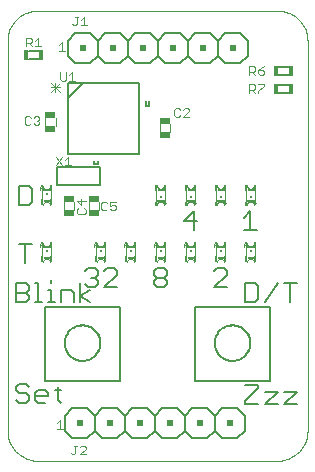
<source format=gto>
G75*
%MOIN*%
%OFA0B0*%
%FSLAX24Y24*%
%IPPOS*%
%LPD*%
%AMOC8*
5,1,8,0,0,1.08239X$1,22.5*
%
%ADD10C,0.0000*%
%ADD11C,0.0060*%
%ADD12C,0.0030*%
%ADD13R,0.0160X0.0340*%
%ADD14C,0.0040*%
%ADD15R,0.0374X0.0197*%
%ADD16C,0.0020*%
%ADD17R,0.0079X0.0059*%
%ADD18R,0.0020X0.0020*%
%ADD19R,0.0020X0.0148*%
%ADD20R,0.0079X0.0118*%
%ADD21R,0.0354X0.0089*%
%ADD22R,0.0079X0.0197*%
%ADD23R,0.0217X0.0089*%
%ADD24R,0.0039X0.0039*%
%ADD25R,0.0098X0.0098*%
%ADD26R,0.0200X0.0200*%
%ADD27C,0.0050*%
D10*
X000646Y001140D02*
X000646Y014140D01*
X000648Y014200D01*
X000653Y014261D01*
X000662Y014320D01*
X000675Y014379D01*
X000691Y014438D01*
X000711Y014495D01*
X000734Y014550D01*
X000761Y014605D01*
X000790Y014657D01*
X000823Y014708D01*
X000859Y014757D01*
X000897Y014803D01*
X000939Y014847D01*
X000983Y014889D01*
X001029Y014927D01*
X001078Y014963D01*
X001129Y014996D01*
X001181Y015025D01*
X001236Y015052D01*
X001291Y015075D01*
X001348Y015095D01*
X001407Y015111D01*
X001466Y015124D01*
X001525Y015133D01*
X001586Y015138D01*
X001646Y015140D01*
X009646Y015140D01*
X009706Y015138D01*
X009767Y015133D01*
X009826Y015124D01*
X009885Y015111D01*
X009944Y015095D01*
X010001Y015075D01*
X010056Y015052D01*
X010111Y015025D01*
X010163Y014996D01*
X010214Y014963D01*
X010263Y014927D01*
X010309Y014889D01*
X010353Y014847D01*
X010395Y014803D01*
X010433Y014757D01*
X010469Y014708D01*
X010502Y014657D01*
X010531Y014605D01*
X010558Y014550D01*
X010581Y014495D01*
X010601Y014438D01*
X010617Y014379D01*
X010630Y014320D01*
X010639Y014261D01*
X010644Y014200D01*
X010646Y014140D01*
X010646Y001140D01*
X010644Y001080D01*
X010639Y001019D01*
X010630Y000960D01*
X010617Y000901D01*
X010601Y000842D01*
X010581Y000785D01*
X010558Y000730D01*
X010531Y000675D01*
X010502Y000623D01*
X010469Y000572D01*
X010433Y000523D01*
X010395Y000477D01*
X010353Y000433D01*
X010309Y000391D01*
X010263Y000353D01*
X010214Y000317D01*
X010163Y000284D01*
X010111Y000255D01*
X010056Y000228D01*
X010001Y000205D01*
X009944Y000185D01*
X009885Y000169D01*
X009826Y000156D01*
X009767Y000147D01*
X009706Y000142D01*
X009646Y000140D01*
X001646Y000140D01*
X001586Y000142D01*
X001525Y000147D01*
X001466Y000156D01*
X001407Y000169D01*
X001348Y000185D01*
X001291Y000205D01*
X001236Y000228D01*
X001181Y000255D01*
X001129Y000284D01*
X001078Y000317D01*
X001029Y000353D01*
X000983Y000391D01*
X000939Y000433D01*
X000897Y000477D01*
X000859Y000523D01*
X000823Y000572D01*
X000790Y000623D01*
X000761Y000675D01*
X000734Y000730D01*
X000711Y000785D01*
X000691Y000842D01*
X000675Y000901D01*
X000662Y000960D01*
X000653Y001019D01*
X000648Y001080D01*
X000646Y001140D01*
D11*
X001032Y002070D02*
X000926Y002177D01*
X001032Y002070D02*
X001246Y002070D01*
X001353Y002177D01*
X001353Y002284D01*
X001246Y002390D01*
X001032Y002390D01*
X000926Y002497D01*
X000926Y002604D01*
X001032Y002711D01*
X001246Y002711D01*
X001353Y002604D01*
X001570Y002390D02*
X001677Y002497D01*
X001891Y002497D01*
X001997Y002390D01*
X001997Y002284D01*
X001570Y002284D01*
X001570Y002390D02*
X001570Y002177D01*
X001677Y002070D01*
X001891Y002070D01*
X002322Y002177D02*
X002428Y002070D01*
X002322Y002177D02*
X002322Y002604D01*
X002428Y002497D02*
X002215Y002497D01*
X002796Y001890D02*
X002546Y001640D01*
X002546Y001140D01*
X002796Y000890D01*
X003296Y000890D01*
X003546Y001140D01*
X003796Y000890D01*
X004296Y000890D01*
X004546Y001140D01*
X004546Y001640D01*
X004296Y001890D01*
X003796Y001890D01*
X003546Y001640D01*
X003546Y001140D01*
X003546Y001640D02*
X003296Y001890D01*
X002796Y001890D01*
X004546Y001640D02*
X004796Y001890D01*
X005296Y001890D01*
X005546Y001640D01*
X005796Y001890D01*
X006296Y001890D01*
X006546Y001640D01*
X006796Y001890D01*
X007296Y001890D01*
X007546Y001640D01*
X007796Y001890D01*
X008296Y001890D01*
X008546Y001640D01*
X008546Y001140D01*
X008296Y000890D01*
X007796Y000890D01*
X007546Y001140D01*
X007296Y000890D01*
X006796Y000890D01*
X006546Y001140D01*
X006296Y000890D01*
X005796Y000890D01*
X005546Y001140D01*
X005296Y000890D01*
X004796Y000890D01*
X004546Y001140D01*
X005546Y001140D02*
X005546Y001640D01*
X006546Y001640D02*
X006546Y001140D01*
X007546Y001140D02*
X007546Y001640D01*
X008576Y002020D02*
X009003Y002020D01*
X009220Y002020D02*
X009647Y002020D01*
X009865Y002020D02*
X010292Y002020D01*
X010292Y002447D02*
X009865Y002020D01*
X009865Y002447D02*
X010292Y002447D01*
X009647Y002447D02*
X009220Y002020D01*
X009220Y002447D02*
X009647Y002447D01*
X009003Y002554D02*
X008576Y002127D01*
X008576Y002020D01*
X009003Y002554D02*
X009003Y002661D01*
X008576Y002661D01*
X008576Y005420D02*
X008896Y005420D01*
X009003Y005527D01*
X009003Y005954D01*
X008896Y006061D01*
X008576Y006061D01*
X008576Y005420D01*
X009220Y005420D02*
X009647Y006061D01*
X009865Y006061D02*
X010292Y006061D01*
X010078Y006061D02*
X010078Y005420D01*
X008953Y007820D02*
X008526Y007820D01*
X008739Y007820D02*
X008739Y008461D01*
X008526Y008247D01*
X007846Y006561D02*
X007632Y006561D01*
X007526Y006454D01*
X007846Y006561D02*
X007953Y006454D01*
X007953Y006347D01*
X007526Y005920D01*
X007953Y005920D01*
X006846Y007820D02*
X006846Y008461D01*
X006526Y008140D01*
X006953Y008140D01*
X005846Y006561D02*
X005953Y006454D01*
X005953Y006347D01*
X005846Y006240D01*
X005632Y006240D01*
X005526Y006347D01*
X005526Y006454D01*
X005632Y006561D01*
X005846Y006561D01*
X005846Y006240D02*
X005953Y006134D01*
X005953Y006027D01*
X005846Y005920D01*
X005632Y005920D01*
X005526Y006027D01*
X005526Y006134D01*
X005632Y006240D01*
X004297Y006347D02*
X004297Y006454D01*
X004191Y006561D01*
X003977Y006561D01*
X003870Y006454D01*
X003653Y006454D02*
X003653Y006347D01*
X003546Y006240D01*
X003653Y006134D01*
X003653Y006027D01*
X003546Y005920D01*
X003332Y005920D01*
X003226Y006027D01*
X003074Y006061D02*
X003074Y005420D01*
X003074Y005634D02*
X003394Y005847D01*
X003074Y005634D02*
X003394Y005420D01*
X002857Y005420D02*
X002857Y005740D01*
X002750Y005847D01*
X002430Y005847D01*
X002430Y005420D01*
X002213Y005420D02*
X002000Y005420D01*
X002107Y005420D02*
X002107Y005847D01*
X002000Y005847D01*
X002107Y006061D02*
X002107Y006167D01*
X001677Y006061D02*
X001677Y005420D01*
X001570Y005420D02*
X001784Y005420D01*
X001353Y005527D02*
X001246Y005420D01*
X000926Y005420D01*
X000926Y006061D01*
X001246Y006061D01*
X001353Y005954D01*
X001353Y005847D01*
X001246Y005740D01*
X000926Y005740D01*
X001246Y005740D02*
X001353Y005634D01*
X001353Y005527D01*
X001570Y006061D02*
X001677Y006061D01*
X001239Y006720D02*
X001239Y007361D01*
X001026Y007361D02*
X001453Y007361D01*
X001346Y008670D02*
X001026Y008670D01*
X001026Y009311D01*
X001346Y009311D01*
X001453Y009204D01*
X001453Y008777D01*
X001346Y008670D01*
X002666Y010360D02*
X002666Y012220D01*
X002666Y012720D01*
X003166Y012720D01*
X005026Y012720D01*
X005026Y010360D01*
X002666Y010360D01*
X002666Y010570D01*
X002666Y010700D02*
X002666Y010840D01*
X002666Y010960D02*
X002666Y011100D01*
X002666Y011220D02*
X002666Y011350D01*
X002666Y011470D02*
X002666Y011610D01*
X002666Y011730D02*
X002666Y011860D01*
X002666Y011980D02*
X002666Y012120D01*
X002666Y012220D02*
X003166Y012720D01*
X003146Y012720D02*
X003006Y012720D01*
X002876Y012720D02*
X002666Y012720D01*
X002666Y012510D01*
X002666Y012380D02*
X002666Y012240D01*
X003266Y012720D02*
X003406Y012720D01*
X003526Y012720D02*
X003656Y012720D01*
X003776Y012720D02*
X003916Y012720D01*
X004036Y012720D02*
X004166Y012720D01*
X004286Y012720D02*
X004426Y012720D01*
X004546Y012720D02*
X004686Y012720D01*
X004816Y012720D02*
X005026Y012720D01*
X005026Y012510D01*
X005026Y012380D02*
X005026Y012240D01*
X005026Y012120D02*
X005026Y011980D01*
X005026Y011860D02*
X005026Y011730D01*
X005026Y011610D02*
X005026Y011470D01*
X005026Y011350D02*
X005026Y011220D01*
X005026Y011100D02*
X005026Y010960D01*
X005026Y010840D02*
X005026Y010700D01*
X005026Y010570D02*
X005026Y010360D01*
X004816Y010360D01*
X004686Y010360D02*
X004546Y010360D01*
X004426Y010360D02*
X004286Y010360D01*
X004166Y010360D02*
X004036Y010360D01*
X003916Y010360D02*
X003776Y010360D01*
X003656Y010360D02*
X003526Y010360D01*
X003406Y010360D02*
X003266Y010360D01*
X003146Y010360D02*
X003006Y010360D01*
X002876Y010360D02*
X002666Y010360D01*
X003516Y010140D02*
X003516Y010040D01*
X003666Y010040D01*
X003666Y010140D01*
X005246Y011980D02*
X005246Y012130D01*
X005346Y012130D02*
X005346Y011980D01*
X005246Y011980D01*
X005396Y013390D02*
X004896Y013390D01*
X004646Y013640D01*
X004396Y013390D01*
X003896Y013390D01*
X003646Y013640D01*
X003396Y013390D01*
X002896Y013390D01*
X002646Y013640D01*
X002646Y014140D01*
X002896Y014390D01*
X003396Y014390D01*
X003646Y014140D01*
X003896Y014390D01*
X004396Y014390D01*
X004646Y014140D01*
X004646Y013640D01*
X004646Y014140D02*
X004896Y014390D01*
X005396Y014390D01*
X005646Y014140D01*
X005896Y014390D01*
X006396Y014390D01*
X006646Y014140D01*
X006896Y014390D01*
X007396Y014390D01*
X007646Y014140D01*
X007896Y014390D01*
X008396Y014390D01*
X008646Y014140D01*
X008646Y013640D01*
X008396Y013390D01*
X007896Y013390D01*
X007646Y013640D01*
X007396Y013390D01*
X006896Y013390D01*
X006646Y013640D01*
X006396Y013390D01*
X005896Y013390D01*
X005646Y013640D01*
X005396Y013390D01*
X005646Y013640D02*
X005646Y014140D01*
X006646Y014140D02*
X006646Y013640D01*
X007646Y013640D02*
X007646Y014140D01*
X009676Y013280D02*
X010016Y013280D01*
X010016Y013000D02*
X009676Y013000D01*
X009676Y012680D02*
X010016Y012680D01*
X010016Y012400D02*
X009676Y012400D01*
X004297Y006347D02*
X003870Y005920D01*
X004297Y005920D01*
X003653Y006454D02*
X003546Y006561D01*
X003332Y006561D01*
X003226Y006454D01*
X003439Y006240D02*
X003546Y006240D01*
X001696Y013520D02*
X001356Y013520D01*
X001356Y013800D02*
X001696Y013800D01*
X003646Y013640D02*
X003646Y014140D01*
D12*
X003299Y014655D02*
X003105Y014655D01*
X003202Y014655D02*
X003202Y014945D01*
X003105Y014848D01*
X003004Y014945D02*
X002907Y014945D01*
X002956Y014945D02*
X002956Y014703D01*
X002907Y014655D01*
X002859Y014655D01*
X002811Y014703D01*
X002457Y014095D02*
X002457Y013805D01*
X002361Y013805D02*
X002554Y013805D01*
X002361Y013998D02*
X002457Y014095D01*
X001749Y013955D02*
X001555Y013955D01*
X001652Y013955D02*
X001652Y014245D01*
X001555Y014148D01*
X001454Y014100D02*
X001454Y014197D01*
X001406Y014245D01*
X001261Y014245D01*
X001261Y013955D01*
X001261Y014052D02*
X001406Y014052D01*
X001454Y014100D01*
X001357Y014052D02*
X001454Y013955D01*
X002081Y012747D02*
X002394Y012433D01*
X002081Y012747D01*
X002081Y012590D02*
X002394Y012590D01*
X002081Y012590D01*
X002081Y012433D02*
X002394Y012747D01*
X002081Y012433D01*
X002237Y012433D02*
X002237Y012747D01*
X002237Y012433D01*
X002459Y012805D02*
X002411Y012853D01*
X002411Y013095D01*
X002604Y013095D02*
X002604Y012853D01*
X002556Y012805D01*
X002459Y012805D01*
X002705Y012805D02*
X002899Y012805D01*
X002802Y012805D02*
X002802Y013095D01*
X002705Y012998D01*
X001661Y011625D02*
X001710Y011577D01*
X001710Y011528D01*
X001661Y011480D01*
X001710Y011432D01*
X001710Y011383D01*
X001661Y011335D01*
X001564Y011335D01*
X001516Y011383D01*
X001415Y011383D02*
X001367Y011335D01*
X001270Y011335D01*
X001221Y011383D01*
X001221Y011577D01*
X001270Y011625D01*
X001367Y011625D01*
X001415Y011577D01*
X001516Y011577D02*
X001564Y011625D01*
X001661Y011625D01*
X001661Y011480D02*
X001613Y011480D01*
X002271Y010275D02*
X002465Y009985D01*
X002566Y009985D02*
X002760Y009985D01*
X002663Y009985D02*
X002663Y010275D01*
X002566Y010178D01*
X002465Y010275D02*
X002271Y009985D01*
X002960Y008805D02*
X003106Y008660D01*
X003106Y008854D01*
X003251Y008805D02*
X002960Y008805D01*
X003009Y008559D02*
X002960Y008511D01*
X002960Y008414D01*
X003009Y008366D01*
X003202Y008366D01*
X003251Y008414D01*
X003251Y008511D01*
X003202Y008559D01*
X003771Y008533D02*
X003820Y008485D01*
X003917Y008485D01*
X003965Y008533D01*
X003917Y008485D01*
X003820Y008485D01*
X003771Y008533D01*
X003771Y008727D01*
X003820Y008775D01*
X003917Y008775D01*
X003965Y008727D01*
X003917Y008775D01*
X003820Y008775D01*
X003771Y008727D01*
X003771Y008533D01*
X004066Y008533D02*
X004114Y008485D01*
X004211Y008485D01*
X004260Y008533D01*
X004260Y008630D01*
X004211Y008678D01*
X004163Y008678D01*
X004066Y008630D01*
X004066Y008775D01*
X004260Y008775D01*
X004066Y008775D01*
X004066Y008630D01*
X004163Y008678D01*
X004211Y008678D01*
X004260Y008630D01*
X004260Y008533D01*
X004211Y008485D01*
X004114Y008485D01*
X004066Y008533D01*
X006259Y011605D02*
X006356Y011605D01*
X006404Y011653D01*
X006505Y011605D02*
X006699Y011798D01*
X006699Y011847D01*
X006650Y011895D01*
X006554Y011895D01*
X006505Y011847D01*
X006404Y011847D02*
X006356Y011895D01*
X006259Y011895D01*
X006211Y011847D01*
X006211Y011653D01*
X006259Y011605D01*
X006505Y011605D02*
X006699Y011605D01*
X008711Y012405D02*
X008711Y012695D01*
X008856Y012695D01*
X008904Y012647D01*
X008904Y012550D01*
X008856Y012502D01*
X008711Y012502D01*
X008807Y012502D02*
X008904Y012405D01*
X009005Y012405D02*
X009005Y012453D01*
X009199Y012647D01*
X009199Y012695D01*
X009005Y012695D01*
X009054Y013005D02*
X009150Y013005D01*
X009199Y013053D01*
X009199Y013102D01*
X009150Y013150D01*
X009005Y013150D01*
X009005Y013053D01*
X009054Y013005D01*
X008904Y013005D02*
X008807Y013102D01*
X008856Y013102D02*
X008711Y013102D01*
X008711Y013005D02*
X008711Y013295D01*
X008856Y013295D01*
X008904Y013247D01*
X008904Y013150D01*
X008856Y013102D01*
X009005Y013150D02*
X009102Y013247D01*
X009199Y013295D01*
X002407Y001495D02*
X002407Y001205D01*
X002311Y001205D02*
X002504Y001205D01*
X002311Y001398D02*
X002407Y001495D01*
X002857Y000645D02*
X002954Y000645D01*
X002906Y000645D02*
X002906Y000403D01*
X002857Y000355D01*
X002809Y000355D01*
X002761Y000403D01*
X003055Y000355D02*
X003249Y000548D01*
X003249Y000597D01*
X003200Y000645D01*
X003104Y000645D01*
X003055Y000597D01*
X003055Y000355D02*
X003249Y000355D01*
D13*
X009596Y012540D03*
X010096Y012540D03*
X010096Y013140D03*
X009596Y013140D03*
X001776Y013660D03*
X001276Y013660D03*
D14*
X001911Y011570D02*
X001911Y011290D01*
X002246Y011290D02*
X002246Y011570D01*
X002065Y009305D02*
X002061Y009284D01*
X002054Y009265D01*
X002044Y009247D01*
X002030Y009231D01*
X002014Y009218D01*
X001996Y009207D01*
X001977Y009200D01*
X001956Y009196D01*
X001936Y009196D01*
X001915Y009200D01*
X001896Y009207D01*
X001878Y009218D01*
X001862Y009231D01*
X001848Y009247D01*
X001838Y009265D01*
X001831Y009284D01*
X001827Y009305D01*
X001788Y009138D02*
X001788Y008852D01*
X002103Y008852D02*
X002103Y009128D01*
X002531Y008780D02*
X002531Y008500D01*
X002866Y008500D02*
X002866Y008780D01*
X003361Y008780D02*
X003361Y008500D01*
X003696Y008500D02*
X003696Y008780D01*
X003627Y007405D02*
X003631Y007384D01*
X003638Y007365D01*
X003648Y007347D01*
X003662Y007331D01*
X003678Y007318D01*
X003696Y007307D01*
X003715Y007300D01*
X003736Y007296D01*
X003756Y007296D01*
X003777Y007300D01*
X003796Y007307D01*
X003814Y007318D01*
X003830Y007331D01*
X003844Y007347D01*
X003854Y007365D01*
X003861Y007384D01*
X003865Y007405D01*
X003903Y007228D02*
X003903Y006952D01*
X003588Y006952D02*
X003588Y007238D01*
X004588Y007238D02*
X004588Y006952D01*
X004627Y007405D02*
X004631Y007384D01*
X004638Y007365D01*
X004648Y007347D01*
X004662Y007331D01*
X004678Y007318D01*
X004696Y007307D01*
X004715Y007300D01*
X004736Y007296D01*
X004756Y007296D01*
X004777Y007300D01*
X004796Y007307D01*
X004814Y007318D01*
X004830Y007331D01*
X004844Y007347D01*
X004854Y007365D01*
X004861Y007384D01*
X004865Y007405D01*
X004903Y007228D02*
X004903Y006952D01*
X005588Y006952D02*
X005588Y007238D01*
X005627Y007405D02*
X005631Y007384D01*
X005638Y007365D01*
X005648Y007347D01*
X005662Y007331D01*
X005678Y007318D01*
X005696Y007307D01*
X005715Y007300D01*
X005736Y007296D01*
X005756Y007296D01*
X005777Y007300D01*
X005796Y007307D01*
X005814Y007318D01*
X005830Y007331D01*
X005844Y007347D01*
X005854Y007365D01*
X005861Y007384D01*
X005865Y007405D01*
X005903Y007228D02*
X005903Y006952D01*
X006588Y006952D02*
X006588Y007238D01*
X006627Y007405D02*
X006631Y007384D01*
X006638Y007365D01*
X006648Y007347D01*
X006662Y007331D01*
X006678Y007318D01*
X006696Y007307D01*
X006715Y007300D01*
X006736Y007296D01*
X006756Y007296D01*
X006777Y007300D01*
X006796Y007307D01*
X006814Y007318D01*
X006830Y007331D01*
X006844Y007347D01*
X006854Y007365D01*
X006861Y007384D01*
X006865Y007405D01*
X006903Y007228D02*
X006903Y006952D01*
X007588Y006952D02*
X007588Y007238D01*
X007627Y007405D02*
X007631Y007384D01*
X007638Y007365D01*
X007648Y007347D01*
X007662Y007331D01*
X007678Y007318D01*
X007696Y007307D01*
X007715Y007300D01*
X007736Y007296D01*
X007756Y007296D01*
X007777Y007300D01*
X007796Y007307D01*
X007814Y007318D01*
X007830Y007331D01*
X007844Y007347D01*
X007854Y007365D01*
X007861Y007384D01*
X007865Y007405D01*
X007903Y007228D02*
X007903Y006952D01*
X008588Y006952D02*
X008588Y007238D01*
X008627Y007405D02*
X008631Y007384D01*
X008638Y007365D01*
X008648Y007347D01*
X008662Y007331D01*
X008678Y007318D01*
X008696Y007307D01*
X008715Y007300D01*
X008736Y007296D01*
X008756Y007296D01*
X008777Y007300D01*
X008796Y007307D01*
X008814Y007318D01*
X008830Y007331D01*
X008844Y007347D01*
X008854Y007365D01*
X008861Y007384D01*
X008865Y007405D01*
X008903Y007228D02*
X008903Y006952D01*
X008865Y008675D02*
X008861Y008696D01*
X008854Y008715D01*
X008844Y008733D01*
X008830Y008749D01*
X008814Y008762D01*
X008796Y008773D01*
X008777Y008780D01*
X008756Y008784D01*
X008736Y008784D01*
X008715Y008780D01*
X008696Y008773D01*
X008678Y008762D01*
X008662Y008749D01*
X008648Y008733D01*
X008638Y008715D01*
X008631Y008696D01*
X008627Y008675D01*
X008588Y008852D02*
X008588Y009128D01*
X008903Y009128D02*
X008903Y008842D01*
X007903Y008842D02*
X007903Y009128D01*
X007588Y009128D02*
X007588Y008852D01*
X007627Y008675D02*
X007631Y008696D01*
X007638Y008715D01*
X007648Y008733D01*
X007662Y008749D01*
X007678Y008762D01*
X007696Y008773D01*
X007715Y008780D01*
X007736Y008784D01*
X007756Y008784D01*
X007777Y008780D01*
X007796Y008773D01*
X007814Y008762D01*
X007830Y008749D01*
X007844Y008733D01*
X007854Y008715D01*
X007861Y008696D01*
X007865Y008675D01*
X006903Y008842D02*
X006903Y009128D01*
X006588Y009128D02*
X006588Y008852D01*
X006627Y008675D02*
X006631Y008696D01*
X006638Y008715D01*
X006648Y008733D01*
X006662Y008749D01*
X006678Y008762D01*
X006696Y008773D01*
X006715Y008780D01*
X006736Y008784D01*
X006756Y008784D01*
X006777Y008780D01*
X006796Y008773D01*
X006814Y008762D01*
X006830Y008749D01*
X006844Y008733D01*
X006854Y008715D01*
X006861Y008696D01*
X006865Y008675D01*
X005903Y008842D02*
X005903Y009128D01*
X005588Y009128D02*
X005588Y008852D01*
X005627Y008675D02*
X005631Y008696D01*
X005638Y008715D01*
X005648Y008733D01*
X005662Y008749D01*
X005678Y008762D01*
X005696Y008773D01*
X005715Y008780D01*
X005736Y008784D01*
X005756Y008784D01*
X005777Y008780D01*
X005796Y008773D01*
X005814Y008762D01*
X005830Y008749D01*
X005844Y008733D01*
X005854Y008715D01*
X005861Y008696D01*
X005865Y008675D01*
X005731Y011100D02*
X005731Y011380D01*
X006066Y011380D02*
X006066Y011100D01*
X002103Y007228D02*
X002103Y006952D01*
X002065Y007405D02*
X002061Y007384D01*
X002054Y007365D01*
X002044Y007347D01*
X002030Y007331D01*
X002014Y007318D01*
X001996Y007307D01*
X001977Y007300D01*
X001956Y007296D01*
X001936Y007296D01*
X001915Y007300D01*
X001896Y007307D01*
X001878Y007318D01*
X001862Y007331D01*
X001848Y007347D01*
X001838Y007365D01*
X001831Y007384D01*
X001827Y007405D01*
X001788Y007238D02*
X001788Y006952D01*
D15*
X002698Y008412D03*
X002698Y008872D03*
X003528Y008872D03*
X003528Y008412D03*
X002078Y011202D03*
X002078Y011662D03*
X005898Y011472D03*
X005898Y011012D03*
D16*
X005854Y009315D02*
X005852Y009295D01*
X005847Y009276D01*
X005838Y009258D01*
X005826Y009242D01*
X005811Y009229D01*
X005794Y009218D01*
X005776Y009211D01*
X005756Y009207D01*
X005736Y009207D01*
X005716Y009211D01*
X005698Y009218D01*
X005681Y009229D01*
X005666Y009242D01*
X005654Y009258D01*
X005645Y009276D01*
X005640Y009295D01*
X005638Y009315D01*
X005853Y008744D02*
X005855Y008754D01*
X005860Y008763D01*
X005868Y008770D01*
X005878Y008774D01*
X005888Y008774D01*
X005898Y008770D01*
X005906Y008763D01*
X005911Y008754D01*
X005913Y008744D01*
X005911Y008734D01*
X005906Y008725D01*
X005898Y008718D01*
X005888Y008714D01*
X005878Y008714D01*
X005868Y008718D01*
X005860Y008725D01*
X005855Y008734D01*
X005853Y008744D01*
X006638Y009315D02*
X006640Y009295D01*
X006645Y009276D01*
X006654Y009258D01*
X006666Y009242D01*
X006681Y009229D01*
X006698Y009218D01*
X006716Y009211D01*
X006736Y009207D01*
X006756Y009207D01*
X006776Y009211D01*
X006794Y009218D01*
X006811Y009229D01*
X006826Y009242D01*
X006838Y009258D01*
X006847Y009276D01*
X006852Y009295D01*
X006854Y009315D01*
X006853Y008744D02*
X006855Y008754D01*
X006860Y008763D01*
X006868Y008770D01*
X006878Y008774D01*
X006888Y008774D01*
X006898Y008770D01*
X006906Y008763D01*
X006911Y008754D01*
X006913Y008744D01*
X006911Y008734D01*
X006906Y008725D01*
X006898Y008718D01*
X006888Y008714D01*
X006878Y008714D01*
X006868Y008718D01*
X006860Y008725D01*
X006855Y008734D01*
X006853Y008744D01*
X007638Y009315D02*
X007640Y009295D01*
X007645Y009276D01*
X007654Y009258D01*
X007666Y009242D01*
X007681Y009229D01*
X007698Y009218D01*
X007716Y009211D01*
X007736Y009207D01*
X007756Y009207D01*
X007776Y009211D01*
X007794Y009218D01*
X007811Y009229D01*
X007826Y009242D01*
X007838Y009258D01*
X007847Y009276D01*
X007852Y009295D01*
X007854Y009315D01*
X007853Y008744D02*
X007855Y008754D01*
X007860Y008763D01*
X007868Y008770D01*
X007878Y008774D01*
X007888Y008774D01*
X007898Y008770D01*
X007906Y008763D01*
X007911Y008754D01*
X007913Y008744D01*
X007911Y008734D01*
X007906Y008725D01*
X007898Y008718D01*
X007888Y008714D01*
X007878Y008714D01*
X007868Y008718D01*
X007860Y008725D01*
X007855Y008734D01*
X007853Y008744D01*
X008638Y009315D02*
X008640Y009295D01*
X008645Y009276D01*
X008654Y009258D01*
X008666Y009242D01*
X008681Y009229D01*
X008698Y009218D01*
X008716Y009211D01*
X008736Y009207D01*
X008756Y009207D01*
X008776Y009211D01*
X008794Y009218D01*
X008811Y009229D01*
X008826Y009242D01*
X008838Y009258D01*
X008847Y009276D01*
X008852Y009295D01*
X008854Y009315D01*
X008853Y008744D02*
X008855Y008754D01*
X008860Y008763D01*
X008868Y008770D01*
X008878Y008774D01*
X008888Y008774D01*
X008898Y008770D01*
X008906Y008763D01*
X008911Y008754D01*
X008913Y008744D01*
X008911Y008734D01*
X008906Y008725D01*
X008898Y008718D01*
X008888Y008714D01*
X008878Y008714D01*
X008868Y008718D01*
X008860Y008725D01*
X008855Y008734D01*
X008853Y008744D01*
X008578Y007336D02*
X008580Y007346D01*
X008585Y007355D01*
X008593Y007362D01*
X008603Y007366D01*
X008613Y007366D01*
X008623Y007362D01*
X008631Y007355D01*
X008636Y007346D01*
X008638Y007336D01*
X008636Y007326D01*
X008631Y007317D01*
X008623Y007310D01*
X008613Y007306D01*
X008603Y007306D01*
X008593Y007310D01*
X008585Y007317D01*
X008580Y007326D01*
X008578Y007336D01*
X008638Y006765D02*
X008640Y006785D01*
X008645Y006804D01*
X008654Y006822D01*
X008666Y006838D01*
X008681Y006851D01*
X008698Y006862D01*
X008716Y006869D01*
X008736Y006873D01*
X008756Y006873D01*
X008776Y006869D01*
X008794Y006862D01*
X008811Y006851D01*
X008826Y006838D01*
X008838Y006822D01*
X008847Y006804D01*
X008852Y006785D01*
X008854Y006765D01*
X007854Y006765D02*
X007852Y006785D01*
X007847Y006804D01*
X007838Y006822D01*
X007826Y006838D01*
X007811Y006851D01*
X007794Y006862D01*
X007776Y006869D01*
X007756Y006873D01*
X007736Y006873D01*
X007716Y006869D01*
X007698Y006862D01*
X007681Y006851D01*
X007666Y006838D01*
X007654Y006822D01*
X007645Y006804D01*
X007640Y006785D01*
X007638Y006765D01*
X007578Y007336D02*
X007580Y007346D01*
X007585Y007355D01*
X007593Y007362D01*
X007603Y007366D01*
X007613Y007366D01*
X007623Y007362D01*
X007631Y007355D01*
X007636Y007346D01*
X007638Y007336D01*
X007636Y007326D01*
X007631Y007317D01*
X007623Y007310D01*
X007613Y007306D01*
X007603Y007306D01*
X007593Y007310D01*
X007585Y007317D01*
X007580Y007326D01*
X007578Y007336D01*
X006854Y006765D02*
X006852Y006785D01*
X006847Y006804D01*
X006838Y006822D01*
X006826Y006838D01*
X006811Y006851D01*
X006794Y006862D01*
X006776Y006869D01*
X006756Y006873D01*
X006736Y006873D01*
X006716Y006869D01*
X006698Y006862D01*
X006681Y006851D01*
X006666Y006838D01*
X006654Y006822D01*
X006645Y006804D01*
X006640Y006785D01*
X006638Y006765D01*
X006578Y007336D02*
X006580Y007346D01*
X006585Y007355D01*
X006593Y007362D01*
X006603Y007366D01*
X006613Y007366D01*
X006623Y007362D01*
X006631Y007355D01*
X006636Y007346D01*
X006638Y007336D01*
X006636Y007326D01*
X006631Y007317D01*
X006623Y007310D01*
X006613Y007306D01*
X006603Y007306D01*
X006593Y007310D01*
X006585Y007317D01*
X006580Y007326D01*
X006578Y007336D01*
X005854Y006765D02*
X005852Y006785D01*
X005847Y006804D01*
X005838Y006822D01*
X005826Y006838D01*
X005811Y006851D01*
X005794Y006862D01*
X005776Y006869D01*
X005756Y006873D01*
X005736Y006873D01*
X005716Y006869D01*
X005698Y006862D01*
X005681Y006851D01*
X005666Y006838D01*
X005654Y006822D01*
X005645Y006804D01*
X005640Y006785D01*
X005638Y006765D01*
X005578Y007336D02*
X005580Y007346D01*
X005585Y007355D01*
X005593Y007362D01*
X005603Y007366D01*
X005613Y007366D01*
X005623Y007362D01*
X005631Y007355D01*
X005636Y007346D01*
X005638Y007336D01*
X005636Y007326D01*
X005631Y007317D01*
X005623Y007310D01*
X005613Y007306D01*
X005603Y007306D01*
X005593Y007310D01*
X005585Y007317D01*
X005580Y007326D01*
X005578Y007336D01*
X004854Y006765D02*
X004852Y006785D01*
X004847Y006804D01*
X004838Y006822D01*
X004826Y006838D01*
X004811Y006851D01*
X004794Y006862D01*
X004776Y006869D01*
X004756Y006873D01*
X004736Y006873D01*
X004716Y006869D01*
X004698Y006862D01*
X004681Y006851D01*
X004666Y006838D01*
X004654Y006822D01*
X004645Y006804D01*
X004640Y006785D01*
X004638Y006765D01*
X004578Y007336D02*
X004580Y007346D01*
X004585Y007355D01*
X004593Y007362D01*
X004603Y007366D01*
X004613Y007366D01*
X004623Y007362D01*
X004631Y007355D01*
X004636Y007346D01*
X004638Y007336D01*
X004636Y007326D01*
X004631Y007317D01*
X004623Y007310D01*
X004613Y007306D01*
X004603Y007306D01*
X004593Y007310D01*
X004585Y007317D01*
X004580Y007326D01*
X004578Y007336D01*
X003854Y006765D02*
X003852Y006785D01*
X003847Y006804D01*
X003838Y006822D01*
X003826Y006838D01*
X003811Y006851D01*
X003794Y006862D01*
X003776Y006869D01*
X003756Y006873D01*
X003736Y006873D01*
X003716Y006869D01*
X003698Y006862D01*
X003681Y006851D01*
X003666Y006838D01*
X003654Y006822D01*
X003645Y006804D01*
X003640Y006785D01*
X003638Y006765D01*
X003578Y007336D02*
X003580Y007346D01*
X003585Y007355D01*
X003593Y007362D01*
X003603Y007366D01*
X003613Y007366D01*
X003623Y007362D01*
X003631Y007355D01*
X003636Y007346D01*
X003638Y007336D01*
X003636Y007326D01*
X003631Y007317D01*
X003623Y007310D01*
X003613Y007306D01*
X003603Y007306D01*
X003593Y007310D01*
X003585Y007317D01*
X003580Y007326D01*
X003578Y007336D01*
X002054Y006765D02*
X002052Y006785D01*
X002047Y006804D01*
X002038Y006822D01*
X002026Y006838D01*
X002011Y006851D01*
X001994Y006862D01*
X001976Y006869D01*
X001956Y006873D01*
X001936Y006873D01*
X001916Y006869D01*
X001898Y006862D01*
X001881Y006851D01*
X001866Y006838D01*
X001854Y006822D01*
X001845Y006804D01*
X001840Y006785D01*
X001838Y006765D01*
X001778Y007336D02*
X001780Y007346D01*
X001785Y007355D01*
X001793Y007362D01*
X001803Y007366D01*
X001813Y007366D01*
X001823Y007362D01*
X001831Y007355D01*
X001836Y007346D01*
X001838Y007336D01*
X001836Y007326D01*
X001831Y007317D01*
X001823Y007310D01*
X001813Y007306D01*
X001803Y007306D01*
X001793Y007310D01*
X001785Y007317D01*
X001780Y007326D01*
X001778Y007336D01*
X001838Y008665D02*
X001840Y008685D01*
X001845Y008704D01*
X001854Y008722D01*
X001866Y008738D01*
X001881Y008751D01*
X001898Y008762D01*
X001916Y008769D01*
X001936Y008773D01*
X001956Y008773D01*
X001976Y008769D01*
X001994Y008762D01*
X002011Y008751D01*
X002026Y008738D01*
X002038Y008722D01*
X002047Y008704D01*
X002052Y008685D01*
X002054Y008665D01*
X001778Y009236D02*
X001780Y009246D01*
X001785Y009255D01*
X001793Y009262D01*
X001803Y009266D01*
X001813Y009266D01*
X001823Y009262D01*
X001831Y009255D01*
X001836Y009246D01*
X001838Y009236D01*
X001836Y009226D01*
X001831Y009217D01*
X001823Y009210D01*
X001813Y009206D01*
X001803Y009206D01*
X001793Y009210D01*
X001785Y009217D01*
X001780Y009226D01*
X001778Y009236D01*
D17*
X001808Y009295D03*
X001808Y007395D03*
X003608Y007395D03*
X004608Y007395D03*
X005608Y007395D03*
X006608Y007395D03*
X006883Y008685D03*
X005883Y008685D03*
X007608Y007395D03*
X008608Y007395D03*
X008883Y008685D03*
X007883Y008685D03*
D18*
X007844Y008764D03*
X008844Y008764D03*
X008647Y007316D03*
X007647Y007316D03*
X006647Y007316D03*
X005647Y007316D03*
X004647Y007316D03*
X003647Y007316D03*
X001847Y007316D03*
X001847Y009216D03*
X005844Y008764D03*
X006844Y008764D03*
D19*
X006913Y008778D03*
X005913Y008778D03*
X005578Y007302D03*
X004578Y007302D03*
X003578Y007302D03*
X001778Y007302D03*
X001778Y009202D03*
X006578Y007302D03*
X007578Y007302D03*
X008578Y007302D03*
X008913Y008778D03*
X007913Y008778D03*
D20*
X007608Y008714D03*
X008608Y008714D03*
X008883Y007366D03*
X007883Y007366D03*
X006883Y007366D03*
X005883Y007366D03*
X004883Y007366D03*
X003883Y007366D03*
X002083Y007366D03*
X002083Y009266D03*
X005608Y008714D03*
X006608Y008714D03*
D21*
X006746Y008808D03*
X007746Y008808D03*
X008746Y008808D03*
X008746Y007272D03*
X007746Y007272D03*
X006746Y007272D03*
X005746Y007272D03*
X004746Y007272D03*
X003746Y007272D03*
X001946Y007272D03*
X001946Y009172D03*
X005746Y008808D03*
D22*
X005883Y009226D03*
X005608Y009226D03*
X006608Y009226D03*
X006883Y009226D03*
X007608Y009226D03*
X007883Y009226D03*
X008608Y009226D03*
X008883Y009226D03*
X008883Y006854D03*
X008608Y006854D03*
X007883Y006854D03*
X007608Y006854D03*
X006883Y006854D03*
X006608Y006854D03*
X005883Y006854D03*
X005608Y006854D03*
X004883Y006854D03*
X004608Y006854D03*
X003883Y006854D03*
X003608Y006854D03*
X002083Y006854D03*
X001808Y006854D03*
X001808Y008754D03*
X002083Y008754D03*
D23*
X001946Y008808D03*
X001946Y006908D03*
X003746Y006908D03*
X004746Y006908D03*
X005746Y006908D03*
X006746Y006908D03*
X007746Y006908D03*
X008746Y006908D03*
X008746Y009172D03*
X007746Y009172D03*
X006746Y009172D03*
X005746Y009172D03*
D24*
X005834Y009226D03*
X005657Y009226D03*
X006657Y009226D03*
X006834Y009226D03*
X007657Y009226D03*
X007834Y009226D03*
X008657Y009226D03*
X008834Y009226D03*
X008834Y006854D03*
X008657Y006854D03*
X007834Y006854D03*
X007657Y006854D03*
X006834Y006854D03*
X006657Y006854D03*
X005834Y006854D03*
X005657Y006854D03*
X004834Y006854D03*
X004657Y006854D03*
X003834Y006854D03*
X003657Y006854D03*
X002034Y006854D03*
X001857Y006854D03*
X001857Y008754D03*
X002034Y008754D03*
D25*
X001946Y009039D03*
X001946Y007139D03*
X003746Y007139D03*
X004746Y007139D03*
X005746Y007139D03*
X006746Y007139D03*
X007746Y007139D03*
X008746Y007139D03*
X008746Y008941D03*
X007746Y008941D03*
X006746Y008941D03*
X005746Y008941D03*
D26*
X006146Y013890D03*
X007146Y013890D03*
X008146Y013890D03*
X005146Y013890D03*
X004146Y013890D03*
X003146Y013890D03*
X003046Y001390D03*
X004046Y001390D03*
X005046Y001390D03*
X006046Y001390D03*
X007046Y001390D03*
X008046Y001390D03*
D27*
X006906Y002800D02*
X009386Y002800D01*
X006906Y002800D01*
X006906Y005280D01*
X009386Y005280D01*
X009386Y002800D01*
X009386Y003489D02*
X009386Y004591D01*
X009386Y005280D02*
X006906Y005280D01*
X006906Y004591D02*
X006906Y003489D01*
X007553Y004060D02*
X007555Y004108D01*
X007561Y004156D01*
X007571Y004204D01*
X007584Y004250D01*
X007602Y004295D01*
X007623Y004339D01*
X007647Y004381D01*
X007675Y004420D01*
X007706Y004457D01*
X007740Y004492D01*
X007776Y004524D01*
X007815Y004552D01*
X007857Y004578D01*
X007900Y004599D01*
X007944Y004618D01*
X007991Y004632D01*
X008038Y004643D01*
X008086Y004650D01*
X008134Y004653D01*
X008182Y004652D01*
X008230Y004647D01*
X008278Y004638D01*
X008325Y004625D01*
X008370Y004609D01*
X008414Y004589D01*
X008456Y004565D01*
X008497Y004538D01*
X008534Y004508D01*
X008570Y004475D01*
X008602Y004439D01*
X008631Y004401D01*
X008658Y004360D01*
X008680Y004317D01*
X008699Y004273D01*
X008715Y004227D01*
X008727Y004180D01*
X008735Y004132D01*
X008739Y004084D01*
X008739Y004036D01*
X008735Y003988D01*
X008727Y003940D01*
X008715Y003893D01*
X008699Y003847D01*
X008680Y003803D01*
X008658Y003760D01*
X008631Y003719D01*
X008602Y003681D01*
X008570Y003645D01*
X008534Y003612D01*
X008497Y003582D01*
X008456Y003555D01*
X008414Y003531D01*
X008370Y003511D01*
X008325Y003495D01*
X008278Y003482D01*
X008230Y003473D01*
X008182Y003468D01*
X008134Y003467D01*
X008086Y003470D01*
X008038Y003477D01*
X007991Y003488D01*
X007944Y003502D01*
X007900Y003521D01*
X007857Y003542D01*
X007815Y003568D01*
X007776Y003596D01*
X007740Y003628D01*
X007706Y003663D01*
X007675Y003700D01*
X007647Y003739D01*
X007623Y003781D01*
X007602Y003825D01*
X007584Y003870D01*
X007571Y003916D01*
X007561Y003964D01*
X007555Y004012D01*
X007553Y004060D01*
X007555Y004060D02*
X007557Y004108D01*
X007563Y004156D01*
X007573Y004203D01*
X007586Y004249D01*
X007604Y004294D01*
X007624Y004338D01*
X007649Y004380D01*
X007677Y004419D01*
X007707Y004456D01*
X007741Y004490D01*
X007778Y004522D01*
X007816Y004551D01*
X007857Y004576D01*
X007900Y004598D01*
X007945Y004616D01*
X007991Y004630D01*
X008038Y004641D01*
X008086Y004648D01*
X008134Y004651D01*
X008182Y004650D01*
X008230Y004645D01*
X008278Y004636D01*
X008324Y004624D01*
X008369Y004607D01*
X008413Y004587D01*
X008455Y004564D01*
X008495Y004537D01*
X008533Y004507D01*
X008568Y004474D01*
X008600Y004438D01*
X008630Y004400D01*
X008656Y004359D01*
X008678Y004316D01*
X008698Y004272D01*
X008713Y004227D01*
X008725Y004180D01*
X008733Y004132D01*
X008737Y004084D01*
X008737Y004036D01*
X008733Y003988D01*
X008725Y003940D01*
X008713Y003893D01*
X008698Y003848D01*
X008678Y003804D01*
X008656Y003761D01*
X008630Y003720D01*
X008600Y003682D01*
X008568Y003646D01*
X008533Y003613D01*
X008495Y003583D01*
X008455Y003556D01*
X008413Y003533D01*
X008369Y003513D01*
X008324Y003496D01*
X008278Y003484D01*
X008230Y003475D01*
X008182Y003470D01*
X008134Y003469D01*
X008086Y003472D01*
X008038Y003479D01*
X007991Y003490D01*
X007945Y003504D01*
X007900Y003522D01*
X007857Y003544D01*
X007816Y003569D01*
X007778Y003598D01*
X007741Y003630D01*
X007707Y003664D01*
X007677Y003701D01*
X007649Y003740D01*
X007624Y003782D01*
X007604Y003826D01*
X007586Y003871D01*
X007573Y003917D01*
X007563Y003964D01*
X007557Y004012D01*
X007555Y004060D01*
X004386Y004591D02*
X004386Y003489D01*
X004386Y002800D02*
X001906Y002800D01*
X001906Y005280D01*
X004386Y005280D01*
X004386Y002800D01*
X001906Y002800D01*
X001906Y003489D02*
X001906Y004591D01*
X001906Y005280D02*
X004386Y005280D01*
X002553Y004060D02*
X002555Y004108D01*
X002561Y004156D01*
X002571Y004204D01*
X002584Y004250D01*
X002602Y004295D01*
X002623Y004339D01*
X002647Y004381D01*
X002675Y004420D01*
X002706Y004457D01*
X002740Y004492D01*
X002776Y004524D01*
X002815Y004552D01*
X002857Y004578D01*
X002900Y004599D01*
X002944Y004618D01*
X002991Y004632D01*
X003038Y004643D01*
X003086Y004650D01*
X003134Y004653D01*
X003182Y004652D01*
X003230Y004647D01*
X003278Y004638D01*
X003325Y004625D01*
X003370Y004609D01*
X003414Y004589D01*
X003456Y004565D01*
X003497Y004538D01*
X003534Y004508D01*
X003570Y004475D01*
X003602Y004439D01*
X003631Y004401D01*
X003658Y004360D01*
X003680Y004317D01*
X003699Y004273D01*
X003715Y004227D01*
X003727Y004180D01*
X003735Y004132D01*
X003739Y004084D01*
X003739Y004036D01*
X003735Y003988D01*
X003727Y003940D01*
X003715Y003893D01*
X003699Y003847D01*
X003680Y003803D01*
X003658Y003760D01*
X003631Y003719D01*
X003602Y003681D01*
X003570Y003645D01*
X003534Y003612D01*
X003497Y003582D01*
X003456Y003555D01*
X003414Y003531D01*
X003370Y003511D01*
X003325Y003495D01*
X003278Y003482D01*
X003230Y003473D01*
X003182Y003468D01*
X003134Y003467D01*
X003086Y003470D01*
X003038Y003477D01*
X002991Y003488D01*
X002944Y003502D01*
X002900Y003521D01*
X002857Y003542D01*
X002815Y003568D01*
X002776Y003596D01*
X002740Y003628D01*
X002706Y003663D01*
X002675Y003700D01*
X002647Y003739D01*
X002623Y003781D01*
X002602Y003825D01*
X002584Y003870D01*
X002571Y003916D01*
X002561Y003964D01*
X002555Y004012D01*
X002553Y004060D01*
X002555Y004060D02*
X002557Y004108D01*
X002563Y004156D01*
X002573Y004203D01*
X002586Y004249D01*
X002604Y004294D01*
X002624Y004338D01*
X002649Y004380D01*
X002677Y004419D01*
X002707Y004456D01*
X002741Y004490D01*
X002778Y004522D01*
X002816Y004551D01*
X002857Y004576D01*
X002900Y004598D01*
X002945Y004616D01*
X002991Y004630D01*
X003038Y004641D01*
X003086Y004648D01*
X003134Y004651D01*
X003182Y004650D01*
X003230Y004645D01*
X003278Y004636D01*
X003324Y004624D01*
X003369Y004607D01*
X003413Y004587D01*
X003455Y004564D01*
X003495Y004537D01*
X003533Y004507D01*
X003568Y004474D01*
X003600Y004438D01*
X003630Y004400D01*
X003656Y004359D01*
X003678Y004316D01*
X003698Y004272D01*
X003713Y004227D01*
X003725Y004180D01*
X003733Y004132D01*
X003737Y004084D01*
X003737Y004036D01*
X003733Y003988D01*
X003725Y003940D01*
X003713Y003893D01*
X003698Y003848D01*
X003678Y003804D01*
X003656Y003761D01*
X003630Y003720D01*
X003600Y003682D01*
X003568Y003646D01*
X003533Y003613D01*
X003495Y003583D01*
X003455Y003556D01*
X003413Y003533D01*
X003369Y003513D01*
X003324Y003496D01*
X003278Y003484D01*
X003230Y003475D01*
X003182Y003470D01*
X003134Y003469D01*
X003086Y003472D01*
X003038Y003479D01*
X002991Y003490D01*
X002945Y003504D01*
X002900Y003522D01*
X002857Y003544D01*
X002816Y003569D01*
X002778Y003598D01*
X002741Y003630D01*
X002707Y003664D01*
X002677Y003701D01*
X002649Y003740D01*
X002624Y003782D01*
X002604Y003826D01*
X002586Y003871D01*
X002573Y003917D01*
X002563Y003964D01*
X002557Y004012D01*
X002555Y004060D01*
X002297Y009315D02*
X002297Y009945D01*
X003714Y009945D01*
X003714Y009315D01*
X002297Y009315D01*
M02*

</source>
